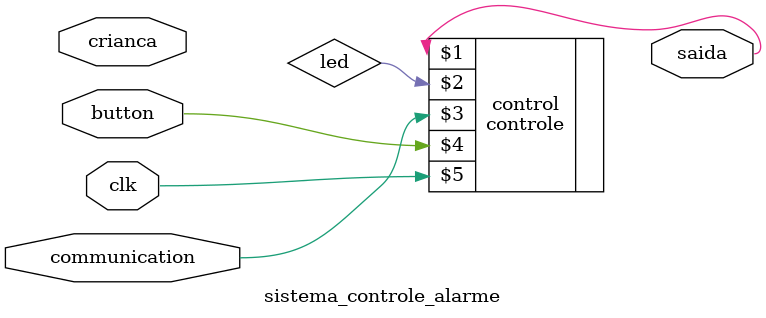
<source format=v>
module sistema_controle_alarme(saida,crianca, communication, button, clk);

input crianca,communication,button,clk;
output saida;

wire led;

controle control(saida,led, communication, button, clk);

endmodule
</source>
